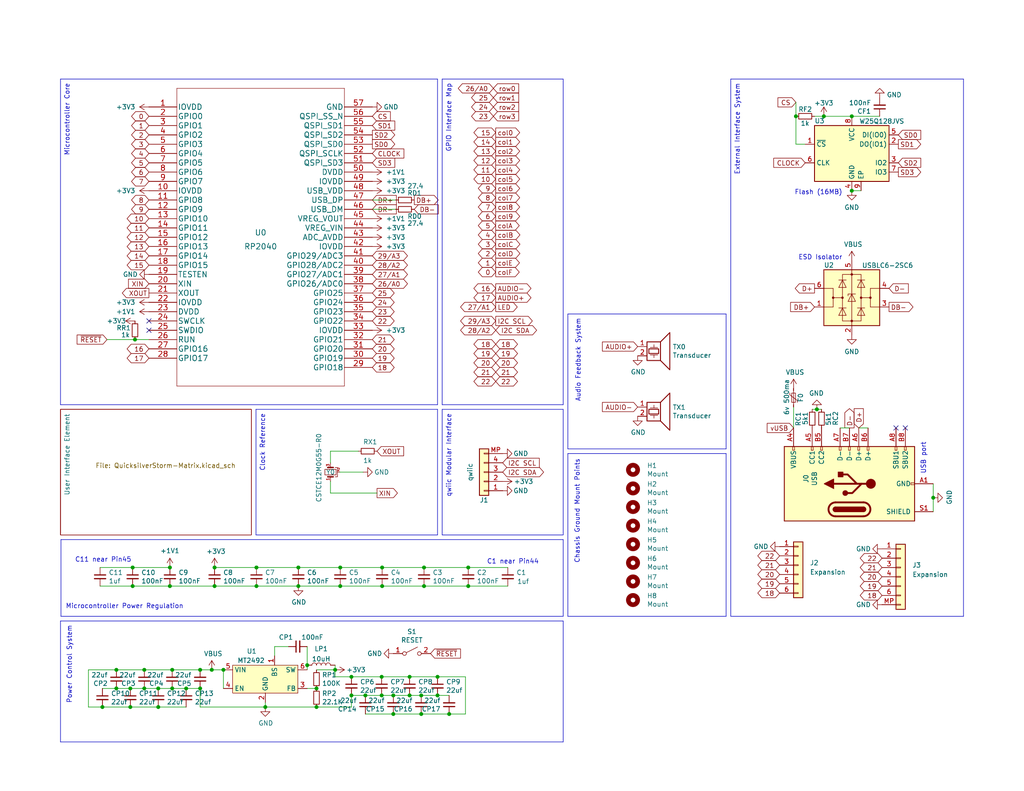
<source format=kicad_sch>
(kicad_sch (version 20230121) (generator eeschema)
  (paper "USLetter")
  (title_block (title "Hard Light") (date "2022-05-20") (rev "Mark 7") (company "Everywhere Defense Industries") (comment 1 "RP2040 main core"))
  (junction (at 83.82 181.61))
  (junction (at 115.697 160.02))
  (junction (at 54.61 182.88))
  (junction (at 60.96 182.88))
  (junction (at 119.38 189.865))
  (junction (at 39.37 187.96))
  (junction (at 232.41 52.07))
  (junction (at 31.75 182.88))
  (junction (at 57.785 182.88))
  (junction (at 35.56 193.04))
  (junction (at 122.555 194.945))
  (junction (at 81.407 154.94))
  (junction (at 107.315 189.865))
  (junction (at 46.99 187.96))
  (junction (at 254.635 135.89))
  (junction (at 119.38 184.785))
  (junction (at 127.762 154.94))
  (junction (at 224.79 31.75))
  (junction (at 72.39 193.04))
  (junction (at 91.44 182.88))
  (junction (at 54.61 187.96))
  (junction (at 27.94 193.04))
  (junction (at 127.762 160.02))
  (junction (at 95.885 184.785))
  (junction (at 58.547 154.94))
  (junction (at 46.355 160.02))
  (junction (at 36.195 160.02))
  (junction (at 35.56 187.96))
  (junction (at 104.14 189.865))
  (junction (at 58.547 160.02))
  (junction (at 31.75 187.96))
  (junction (at 92.837 160.02))
  (junction (at 217.17 31.75))
  (junction (at 104.267 160.02))
  (junction (at 69.977 154.94))
  (junction (at 36.83 92.71))
  (junction (at 43.18 187.96))
  (junction (at 222.885 111.76))
  (junction (at 46.355 154.94))
  (junction (at 69.977 160.02))
  (junction (at 99.695 189.865))
  (junction (at 104.14 184.785))
  (junction (at 107.315 194.945))
  (junction (at 46.99 182.88))
  (junction (at 81.407 160.02))
  (junction (at 104.267 154.94))
  (junction (at 111.76 184.785))
  (junction (at 114.935 189.865))
  (junction (at 36.195 154.94))
  (junction (at 86.36 193.04))
  (junction (at 115.697 154.94))
  (junction (at 86.36 187.96))
  (junction (at 39.37 182.88))
  (junction (at 111.76 189.865))
  (junction (at 232.41 31.75))
  (junction (at 43.18 193.04))
  (junction (at 95.885 189.865))
  (junction (at 92.837 154.94))
  (junction (at 50.8 187.96))
  (junction (at 114.935 194.945))
  (no_connect (at 40.64 87.63))
  (no_connect (at 40.64 90.17))
  (no_connect (at 247.015 116.84))
  (no_connect (at 244.475 116.84))
  (wire (pts (xy 69.977 154.94) (xy 58.547 154.94)))
  (wire (pts (xy 91.44 181.61) (xy 91.44 182.88)))
  (wire (pts (xy 54.61 193.04) (xy 72.39 193.04)))
  (wire (pts (xy 31.75 182.88) (xy 24.13 182.88)))
  (wire (pts (xy 224.79 31.75) (xy 232.41 31.75)))
  (wire (pts (xy 86.36 193.04) (xy 95.885 193.04)))
  (polyline (pts (xy 69.85 111.76) (xy 69.85 146.05)))
  (wire (pts (xy 217.17 39.37) (xy 219.71 39.37)))
  (wire (pts (xy 46.355 160.02) (xy 58.547 160.02)))
  (polyline (pts (xy 154.94 122.555) (xy 198.12 122.555)))
  (wire (pts (xy 92.71 128.905) (xy 99.06 128.905)))
  (polyline (pts (xy 16.51 202.565) (xy 153.67 202.565)))
  (polyline (pts (xy 199.39 21.59) (xy 262.89 21.59)))
  (wire (pts (xy 236.855 116.84) (xy 234.315 116.84)))
  (polyline (pts (xy 119.38 110.49) (xy 16.51 110.49)))
  (wire (pts (xy 57.785 182.88) (xy 60.96 182.88)))
  (polyline (pts (xy 198.12 123.825) (xy 198.12 168.275)))
  (wire (pts (xy 127.762 160.02) (xy 138.557 160.02)))
  (wire (pts (xy 232.41 52.07) (xy 234.95 52.07)))
  (wire (pts (xy 81.407 154.94) (xy 69.977 154.94)))
  (polyline (pts (xy 16.51 21.59) (xy 119.38 21.59)))
  (wire (pts (xy 74.93 179.07) (xy 74.93 176.53)))
  (wire (pts (xy 92.837 154.94) (xy 81.407 154.94)))
  (polyline (pts (xy 120.65 110.49) (xy 153.67 110.49)))
  (polyline (pts (xy 120.65 21.59) (xy 120.65 110.49)))
  (polyline (pts (xy 262.89 168.275) (xy 199.39 168.275)))
  (wire (pts (xy 72.39 193.04) (xy 86.36 193.04)))
  (polyline (pts (xy 153.67 169.545) (xy 153.67 202.565)))
  (wire (pts (xy 115.697 160.02) (xy 127.762 160.02)))
  (wire (pts (xy 222.885 111.76) (xy 221.615 111.76)))
  (wire (pts (xy 83.82 181.61) (xy 83.82 182.88)))
  (polyline (pts (xy 154.94 123.825) (xy 198.12 123.825)))
  (wire (pts (xy 27.305 154.94) (xy 36.195 154.94)))
  (wire (pts (xy 43.18 193.04) (xy 50.8 193.04)))
  (wire (pts (xy 39.37 182.88) (xy 31.75 182.88)))
  (wire (pts (xy 104.267 154.94) (xy 92.837 154.94)))
  (wire (pts (xy 36.195 154.94) (xy 46.355 154.94)))
  (wire (pts (xy 54.61 182.88) (xy 46.99 182.88)))
  (wire (pts (xy 54.61 187.96) (xy 54.61 193.04)))
  (polyline (pts (xy 16.51 169.545) (xy 16.51 202.565)))
  (wire (pts (xy 127.762 154.94) (xy 138.557 154.94)))
  (wire (pts (xy 224.155 111.76) (xy 222.885 111.76)))
  (wire (pts (xy 90.17 134.62) (xy 102.87 134.62)))
  (wire (pts (xy 104.14 184.785) (xy 111.76 184.785)))
  (polyline (pts (xy 16.637 168.275) (xy 16.637 147.32)))
  (wire (pts (xy 107.315 194.945) (xy 99.695 194.945)))
  (wire (pts (xy 91.44 184.785) (xy 95.885 184.785)))
  (wire (pts (xy 43.18 187.96) (xy 39.37 187.96)))
  (wire (pts (xy 36.195 160.02) (xy 46.355 160.02)))
  (polyline (pts (xy 198.12 85.725) (xy 198.12 122.555)))
  (polyline (pts (xy 153.67 21.59) (xy 120.65 21.59)))
  (wire (pts (xy 107.315 189.865) (xy 104.14 189.865)))
  (polyline (pts (xy 154.94 168.275) (xy 154.94 123.825)))
  (wire (pts (xy 222.25 31.75) (xy 224.79 31.75)))
  (polyline (pts (xy 69.85 146.05) (xy 119.38 146.05)))
  (wire (pts (xy 232.41 31.75) (xy 240.03 31.75)))
  (wire (pts (xy 46.99 187.96) (xy 43.18 187.96)))
  (polyline (pts (xy 153.67 168.275) (xy 153.67 147.32)))
  (wire (pts (xy 24.13 193.04) (xy 27.94 193.04)))
  (wire (pts (xy 115.697 154.94) (xy 127.762 154.94)))
  (polyline (pts (xy 198.12 85.725) (xy 154.94 85.725)))
  (wire (pts (xy 127 194.945) (xy 122.555 194.945)))
  (wire (pts (xy 24.13 182.88) (xy 24.13 193.04)))
  (polyline (pts (xy 120.65 146.05) (xy 153.67 146.05)))
  (polyline (pts (xy 153.67 111.76) (xy 120.65 111.76)))
  (wire (pts (xy 29.21 92.71) (xy 36.83 92.71)))
  (wire (pts (xy 114.935 194.945) (xy 107.315 194.945)))
  (polyline (pts (xy 153.67 110.49) (xy 153.67 21.59)))
  (wire (pts (xy 99.695 189.865) (xy 104.14 189.865)))
  (wire (pts (xy 111.76 184.785) (xy 119.38 184.785)))
  (wire (pts (xy 104.267 160.02) (xy 92.837 160.02)))
  (wire (pts (xy 36.83 92.71) (xy 40.64 92.71)))
  (wire (pts (xy 86.36 182.88) (xy 91.44 182.88)))
  (wire (pts (xy 54.61 187.96) (xy 50.8 187.96)))
  (wire (pts (xy 231.775 116.84) (xy 229.235 116.84)))
  (wire (pts (xy 60.96 182.88) (xy 60.96 187.96)))
  (wire (pts (xy 90.17 131.445) (xy 90.17 134.62)))
  (wire (pts (xy 217.17 31.75) (xy 217.17 39.37)))
  (wire (pts (xy 115.697 154.94) (xy 104.267 154.94)))
  (wire (pts (xy 83.82 187.96) (xy 86.36 187.96)))
  (wire (pts (xy 216.535 111.125) (xy 216.535 116.84)))
  (wire (pts (xy 122.555 194.945) (xy 114.935 194.945)))
  (polyline (pts (xy 119.38 111.76) (xy 119.38 146.05)))
  (wire (pts (xy 91.44 182.88) (xy 91.44 184.785)))
  (wire (pts (xy 127 184.785) (xy 127 194.945)))
  (wire (pts (xy 217.17 27.94) (xy 217.17 31.75)))
  (wire (pts (xy 46.99 182.88) (xy 39.37 182.88)))
  (wire (pts (xy 69.977 160.02) (xy 58.547 160.02)))
  (wire (pts (xy 111.76 189.865) (xy 107.315 189.865)))
  (wire (pts (xy 31.75 187.96) (xy 27.94 187.96)))
  (wire (pts (xy 115.697 160.02) (xy 104.267 160.02)))
  (polyline (pts (xy 198.12 168.275) (xy 154.94 168.275)))
  (wire (pts (xy 27.305 160.02) (xy 36.195 160.02)))
  (polyline (pts (xy 16.51 110.49) (xy 16.51 21.59)))
  (wire (pts (xy 119.38 184.785) (xy 127 184.785)))
  (wire (pts (xy 95.885 189.865) (xy 95.885 193.04)))
  (wire (pts (xy 101.6 57.15) (xy 107.95 57.15)))
  (polyline (pts (xy 119.38 21.59) (xy 119.38 110.49)))
  (wire (pts (xy 35.56 193.04) (xy 43.18 193.04)))
  (wire (pts (xy 254.635 135.89) (xy 254.635 132.08)))
  (wire (pts (xy 54.61 182.88) (xy 57.785 182.88)))
  (polyline (pts (xy 262.89 21.59) (xy 262.89 168.275)))
  (wire (pts (xy 74.93 176.53) (xy 78.74 176.53)))
  (polyline (pts (xy 154.94 85.725) (xy 154.94 122.555)))
  (wire (pts (xy 72.39 193.04) (xy 72.39 191.77)))
  (wire (pts (xy 90.17 123.19) (xy 90.17 126.365)))
  (polyline (pts (xy 153.67 169.545) (xy 16.51 169.545)))
  (wire (pts (xy 122.555 189.865) (xy 119.38 189.865)))
  (wire (pts (xy 95.885 184.785) (xy 104.14 184.785)))
  (wire (pts (xy 92.837 160.02) (xy 81.407 160.02)))
  (wire (pts (xy 35.56 187.96) (xy 31.75 187.96)))
  (wire (pts (xy 111.76 189.865) (xy 114.935 189.865)))
  (wire (pts (xy 90.17 123.19) (xy 97.79 123.19)))
  (wire (pts (xy 119.38 189.865) (xy 114.935 189.865)))
  (wire (pts (xy 39.37 187.96) (xy 35.56 187.96)))
  (wire (pts (xy 27.94 193.04) (xy 35.56 193.04)))
  (wire (pts (xy 95.885 189.865) (xy 99.695 189.865)))
  (wire (pts (xy 50.8 187.96) (xy 46.99 187.96)))
  (polyline (pts (xy 199.39 168.275) (xy 199.39 21.59)))
  (wire (pts (xy 83.82 176.53) (xy 83.82 181.61)))
  (wire (pts (xy 81.407 160.02) (xy 69.977 160.02)))
  (wire (pts (xy 101.6 54.61) (xy 107.95 54.61)))
  (wire (pts (xy 254.635 139.7) (xy 254.635 135.89)))
  (polyline (pts (xy 153.67 146.05) (xy 153.67 111.76)))
  (polyline (pts (xy 119.38 111.76) (xy 69.85 111.76)))
  (polyline (pts (xy 153.67 147.32) (xy 16.637 147.32)))
  (polyline (pts (xy 120.65 111.76) (xy 120.65 146.05)))
  (polyline (pts (xy 16.637 168.275) (xy 153.67 168.275)))
  (text "ESD Isolator" (at 229.87 71.12 0) (effects (font (size 1.27 1.27)) (justify right bottom)))
  (text "USB port" (at 252.73 129.54 90) (effects (font (size 1.27 1.27)) (justify left bottom)))
  (text "Audio Feedback System" (at 158.496 86.995 90) (effects (font (size 1.27 1.27)) (justify right bottom)))
  (text "Flash (16MB)" (at 229.87 53.34 0) (effects (font (size 1.27 1.27)) (justify right bottom)))
  (text "Microcontroller Core" (at 19.05 22.86 90) (effects (font (size 1.27 1.27)) (justify right bottom)))
  (text "qwiic Modular Interface" (at 123.19 113.03 90) (effects (font (size 1.27 1.27)) (justify right bottom)))
  (text "Chassis Ground Mount Points" (at 158.242 125.349 90) (effects (font (size 1.27 1.27)) (justify right bottom)))
  (text "C11 near Pin45" (at 20.447 153.67 0) (effects (font (size 1.27 1.27)) (justify left bottom)))
  (text "C1 near Pin44" (at 132.842 154.178 0) (effects (font (size 1.27 1.27)) (justify left bottom)))
  (text "Microcontroller Power Regulation" (at 17.907 166.37 0) (effects (font (size 1.27 1.27)) (justify left bottom)))
  (text "Power Control System" (at 19.685 170.815 90) (effects (font (size 1.27 1.27)) (justify right bottom)))
  (text "External Interface System" (at 201.93 22.86 90) (effects (font (size 1.27 1.27)) (justify right bottom)))
  (text "Clock Reference" (at 72.39 113.03 90) (effects (font (size 1.27 1.27)) (justify right bottom)))
  (text "GPIO Interface Map" (at 123.19 22.86 90) (effects (font (size 1.27 1.27)) (justify right bottom)))
  (global_label "18" (shape bidirectional) (at 240.665 162.56 180) (property "Intersheetrefs" "${INTERSHEET_REFS}" (effects hide)))
  (global_label "vUSB" (shape input) (at 216.535 116.84 180) (property "Intersheetrefs" "${INTERSHEET_REFS}" (effects hide)))
  (global_label "XOUT" (shape input) (at 102.87 123.19 0) (property "Intersheetrefs" "${INTERSHEET_REFS}" (effects hide)))
  (global_label "CS" (shape input) (at 101.6 31.75 0) (property "Intersheetrefs" "${INTERSHEET_REFS}" (effects hide)))
  (global_label "I2C SCL" (shape output) (at 135.255 87.63 0) (property "Intersheetrefs" "${INTERSHEET_REFS}" (effects hide)))
  (global_label "AUDIO+" (shape input) (at 173.99 94.615 180) (property "Intersheetrefs" "${INTERSHEET_REFS}" (effects hide)))
  (global_label "2" (shape bidirectional) (at 135.255 69.215 180) (property "Intersheetrefs" "${INTERSHEET_REFS}" (effects hide)))
  (global_label "col8" (shape output) (at 135.255 56.515 0) (property "Intersheetrefs" "${INTERSHEET_REFS}" (effects hide)))
  (global_label "19" (shape bidirectional) (at 101.6 97.79 0) (property "Intersheetrefs" "${INTERSHEET_REFS}" (effects hide)))
  (global_label "25" (shape bidirectional) (at 134.62 26.67 180) (property "Intersheetrefs" "${INTERSHEET_REFS}" (effects hide)))
  (global_label "22" (shape bidirectional) (at 240.665 152.4 180) (property "Intersheetrefs" "${INTERSHEET_REFS}" (effects hide)))
  (global_label "col1" (shape output) (at 135.255 38.735 0) (property "Intersheetrefs" "${INTERSHEET_REFS}" (effects hide)))
  (global_label "SD1" (shape output) (at 245.11 39.37 0) (property "Intersheetrefs" "${INTERSHEET_REFS}" (effects hide)))
  (global_label "col0" (shape output) (at 135.255 36.195 0) (property "Intersheetrefs" "${INTERSHEET_REFS}" (effects hide)))
  (global_label "16" (shape bidirectional) (at 135.255 78.74 180) (property "Intersheetrefs" "${INTERSHEET_REFS}" (effects hide)))
  (global_label "I2C SDA" (shape bidirectional) (at 137.16 128.905 0) (property "Intersheetrefs" "${INTERSHEET_REFS}" (effects hide)))
  (global_label "DB-" (shape input) (at 113.03 57.15 0) (property "Intersheetrefs" "${INTERSHEET_REFS}" (effects hide)))
  (global_label "7" (shape bidirectional) (at 135.255 56.515 180) (property "Intersheetrefs" "${INTERSHEET_REFS}" (effects hide)))
  (global_label "19" (shape bidirectional) (at 135.255 96.52 0) (property "Intersheetrefs" "${INTERSHEET_REFS}" (effects hide)))
  (global_label "colF" (shape output) (at 135.255 74.295 0) (property "Intersheetrefs" "${INTERSHEET_REFS}" (effects hide)))
  (global_label "1" (shape bidirectional) (at 135.255 71.755 180) (property "Intersheetrefs" "${INTERSHEET_REFS}" (effects hide)))
  (global_label "D+" (shape output) (at 222.25 78.74 180) (property "Intersheetrefs" "${INTERSHEET_REFS}" (effects hide)))
  (global_label "26{slash}A0" (shape bidirectional) (at 134.62 24.13 180) (property "Intersheetrefs" "${INTERSHEET_REFS}" (effects hide)))
  (global_label "col6" (shape output) (at 135.255 51.435 0) (property "Intersheetrefs" "${INTERSHEET_REFS}" (effects hide)))
  (global_label "colB" (shape output) (at 135.255 64.135 0) (property "Intersheetrefs" "${INTERSHEET_REFS}" (effects hide)))
  (global_label "0" (shape bidirectional) (at 40.64 31.75 180) (property "Intersheetrefs" "${INTERSHEET_REFS}" (effects hide)))
  (global_label "D-" (shape output) (at 231.775 116.84 90) (property "Intersheetrefs" "${INTERSHEET_REFS}" (effects hide)))
  (global_label "20" (shape bidirectional) (at 135.255 99.06 0) (property "Intersheetrefs" "${INTERSHEET_REFS}" (effects hide)))
  (global_label "11" (shape bidirectional) (at 40.64 62.23 180) (property "Intersheetrefs" "${INTERSHEET_REFS}" (effects hide)))
  (global_label "CS" (shape input) (at 217.17 27.94 180) (property "Intersheetrefs" "${INTERSHEET_REFS}" (effects hide)))
  (global_label "24" (shape bidirectional) (at 101.6 82.55 0) (property "Intersheetrefs" "${INTERSHEET_REFS}" (effects hide)))
  (global_label "CLOCK" (shape input) (at 101.6 41.91 0) (property "Intersheetrefs" "${INTERSHEET_REFS}" (effects hide)))
  (global_label "5" (shape bidirectional) (at 135.255 61.595 180) (property "Intersheetrefs" "${INTERSHEET_REFS}" (effects hide)))
  (global_label "25" (shape bidirectional) (at 101.6 80.01 0) (property "Intersheetrefs" "${INTERSHEET_REFS}" (effects hide)))
  (global_label "19" (shape bidirectional) (at 240.665 160.02 180) (property "Intersheetrefs" "${INTERSHEET_REFS}" (effects hide)))
  (global_label "22" (shape bidirectional) (at 212.725 151.765 180) (property "Intersheetrefs" "${INTERSHEET_REFS}" (effects hide)))
  (global_label "19" (shape bidirectional) (at 212.725 159.385 180) (property "Intersheetrefs" "${INTERSHEET_REFS}" (effects hide)))
  (global_label "AUDIO-" (shape input) (at 173.99 111.125 180) (property "Intersheetrefs" "${INTERSHEET_REFS}" (effects hide)))
  (global_label "SD3" (shape output) (at 245.11 46.99 0) (property "Intersheetrefs" "${INTERSHEET_REFS}" (effects hide)))
  (global_label "20" (shape bidirectional) (at 135.255 99.06 180) (property "Intersheetrefs" "${INTERSHEET_REFS}" (effects hide)))
  (global_label "SD3" (shape input) (at 101.6 44.45 0) (property "Intersheetrefs" "${INTERSHEET_REFS}" (effects hide)))
  (global_label "3" (shape bidirectional) (at 40.64 39.37 180) (property "Intersheetrefs" "${INTERSHEET_REFS}" (effects hide)))
  (global_label "~{RESET}" (shape input) (at 29.21 92.71 180) (property "Intersheetrefs" "${INTERSHEET_REFS}" (effects hide)))
  (global_label "9" (shape bidirectional) (at 135.255 51.435 180) (property "Intersheetrefs" "${INTERSHEET_REFS}" (effects hide)))
  (global_label "12" (shape bidirectional) (at 135.255 43.815 180) (property "Intersheetrefs" "${INTERSHEET_REFS}" (effects hide)))
  (global_label "27{slash}A1" (shape bidirectional) (at 101.6 74.93 0) (property "Intersheetrefs" "${INTERSHEET_REFS}" (effects hide)))
  (global_label "CLOCK" (shape input) (at 219.71 44.45 180) (property "Intersheetrefs" "${INTERSHEET_REFS}" (effects hide)))
  (global_label "24" (shape bidirectional) (at 134.62 29.21 180) (property "Intersheetrefs" "${INTERSHEET_REFS}" (effects hide)))
  (global_label "DB+" (shape input) (at 222.25 83.82 180) (property "Intersheetrefs" "${INTERSHEET_REFS}" (effects hide)))
  (global_label "13" (shape bidirectional) (at 40.64 67.31 180) (property "Intersheetrefs" "${INTERSHEET_REFS}" (effects hide)))
  (global_label "SD1" (shape input) (at 101.6 34.29 0) (property "Intersheetrefs" "${INTERSHEET_REFS}" (effects hide)))
  (global_label "colD" (shape output) (at 135.255 69.215 0) (property "Intersheetrefs" "${INTERSHEET_REFS}" (effects hide)))
  (global_label "21" (shape bidirectional) (at 101.6 92.71 0) (property "Intersheetrefs" "${INTERSHEET_REFS}" (effects hide)))
  (global_label "XIN" (shape input) (at 40.64 77.47 180) (property "Intersheetrefs" "${INTERSHEET_REFS}" (effects hide)))
  (global_label "7" (shape bidirectional) (at 40.64 49.53 180) (property "Intersheetrefs" "${INTERSHEET_REFS}" (effects hide)))
  (global_label "~{RESET}" (shape input) (at 117.475 178.435 0) (property "Intersheetrefs" "${INTERSHEET_REFS}" (effects hide)))
  (global_label "18" (shape bidirectional) (at 135.255 93.98 0) (property "Intersheetrefs" "${INTERSHEET_REFS}" (effects hide)))
  (global_label "28{slash}A2" (shape bidirectional) (at 135.255 90.17 180) (property "Intersheetrefs" "${INTERSHEET_REFS}" (effects hide)))
  (global_label "col2" (shape output) (at 135.255 41.275 0) (property "Intersheetrefs" "${INTERSHEET_REFS}" (effects hide)))
  (global_label "18" (shape bidirectional) (at 135.255 93.98 180) (property "Intersheetrefs" "${INTERSHEET_REFS}" (effects hide)))
  (global_label "2" (shape bidirectional) (at 40.64 36.83 180) (property "Intersheetrefs" "${INTERSHEET_REFS}" (effects hide)))
  (global_label "15" (shape bidirectional) (at 135.255 36.195 180) (property "Intersheetrefs" "${INTERSHEET_REFS}" (effects hide)))
  (global_label "14" (shape bidirectional) (at 40.64 69.85 180) (property "Intersheetrefs" "${INTERSHEET_REFS}" (effects hide)))
  (global_label "15" (shape bidirectional) (at 40.64 72.39 180) (property "Intersheetrefs" "${INTERSHEET_REFS}" (effects hide)))
  (global_label "20" (shape bidirectional) (at 240.665 157.48 180) (property "Intersheetrefs" "${INTERSHEET_REFS}" (effects hide)))
  (global_label "20" (shape bidirectional) (at 212.725 156.845 180) (property "Intersheetrefs" "${INTERSHEET_REFS}" (effects hide)))
  (global_label "22" (shape bidirectional) (at 135.255 104.14 0) (property "Intersheetrefs" "${INTERSHEET_REFS}" (effects hide)))
  (global_label "SD0" (shape input) (at 245.11 36.83 0) (property "Intersheetrefs" "${INTERSHEET_REFS}" (effects hide)))
  (global_label "D-" (shape input) (at 242.57 78.74 0) (property "Intersheetrefs" "${INTERSHEET_REFS}" (effects hide)))
  (global_label "XIN" (shape output) (at 102.87 134.62 0) (property "Intersheetrefs" "${INTERSHEET_REFS}" (effects hide)))
  (global_label "8" (shape bidirectional) (at 135.255 53.975 180) (property "Intersheetrefs" "${INTERSHEET_REFS}" (effects hide)))
  (global_label "SD0" (shape output) (at 101.6 39.37 0) (property "Intersheetrefs" "${INTERSHEET_REFS}" (effects hide)))
  (global_label "0" (shape bidirectional) (at 135.255 74.295 180) (property "Intersheetrefs" "${INTERSHEET_REFS}" (effects hide)))
  (global_label "18" (shape bidirectional) (at 212.725 161.925 180) (property "Intersheetrefs" "${INTERSHEET_REFS}" (effects hide)))
  (global_label "28{slash}A2" (shape bidirectional) (at 101.6 72.39 0) (property "Intersheetrefs" "${INTERSHEET_REFS}" (effects hide)))
  (global_label "AUDIO-" (shape output) (at 135.255 78.74 0) (property "Intersheetrefs" "${INTERSHEET_REFS}" (effects hide)))
  (global_label "21" (shape bidirectional) (at 212.725 154.305 180) (property "Intersheetrefs" "${INTERSHEET_REFS}" (effects hide)))
  (global_label "26{slash}A0" (shape bidirectional) (at 101.6 77.47 0) (property "Intersheetrefs" "${INTERSHEET_REFS}" (effects hide)))
  (global_label "22" (shape bidirectional) (at 135.255 104.14 180) (property "Intersheetrefs" "${INTERSHEET_REFS}" (effects hide)))
  (global_label "DB+" (shape output) (at 113.03 54.61 0) (property "Intersheetrefs" "${INTERSHEET_REFS}" (effects hide)))
  (global_label "8" (shape bidirectional) (at 40.64 54.61 180) (property "Intersheetrefs" "${INTERSHEET_REFS}" (effects hide)))
  (global_label "9" (shape bidirectional) (at 40.64 57.15 180) (property "Intersheetrefs" "${INTERSHEET_REFS}" (effects hide)))
  (global_label "col9" (shape output) (at 135.255 59.055 0) (property "Intersheetrefs" "${INTERSHEET_REFS}" (effects hide)))
  (global_label "16" (shape bidirectional) (at 40.64 95.25 180) (property "Intersheetrefs" "${INTERSHEET_REFS}" (effects hide)))
  (global_label "col3" (shape output) (at 135.255 43.815 0) (property "Intersheetrefs" "${INTERSHEET_REFS}" (effects hide)))
  (global_label "row2" (shape input) (at 134.62 29.21 0) (property "Intersheetrefs" "${INTERSHEET_REFS}" (effects hide)))
  (global_label "23" (shape bidirectional) (at 101.6 85.09 0) (property "Intersheetrefs" "${INTERSHEET_REFS}" (effects hide)))
  (global_label "17" (shape bidirectional) (at 40.64 97.79 180) (property "Intersheetrefs" "${INTERSHEET_REFS}" (effects hide)))
  (global_label "AUDIO+" (shape output) (at 135.255 81.28 0) (property "Intersheetrefs" "${INTERSHEET_REFS}" (effects hide)))
  (global_label "29{slash}A3" (shape bidirectional) (at 135.255 87.63 180) (property "Intersheetrefs" "${INTERSHEET_REFS}" (effects hide)))
  (global_label "12" (shape bidirectional) (at 40.64 64.77 180) (property "Intersheetrefs" "${INTERSHEET_REFS}" (effects hide)))
  (global_label "colA" (shape output) (at 135.255 61.595 0) (property "Intersheetrefs" "${INTERSHEET_REFS}" (effects hide)))
  (global_label "10" (shape bidirectional) (at 135.255 48.895 180) (property "Intersheetrefs" "${INTERSHEET_REFS}" (effects hide)))
  (global_label "I2C SCL" (shape input) (at 137.16 126.365 0) (property "Intersheetrefs" "${INTERSHEET_REFS}" (effects hide)))
  (global_label "colE" (shape output) (at 135.255 71.755 0) (property "Intersheetrefs" "${INTERSHEET_REFS}" (effects hide)))
  (global_label "6" (shape bidirectional) (at 40.64 46.99 180) (property "Intersheetrefs" "${INTERSHEET_REFS}" (effects hide)))
  (global_label "29{slash}A3" (shape bidirectional) (at 101.6 69.85 0) (property "Intersheetrefs" "${INTERSHEET_REFS}" (effects hide)))
  (global_label "row1" (shape input) (at 134.62 26.67 0) (property "Intersheetrefs" "${INTERSHEET_REFS}" (effects hide)))
  (global_label "21" (shape bidirectional) (at 240.665 154.94 180) (property "Intersheetrefs" "${INTERSHEET_REFS}" (effects hide)))
  (global_label "col4" (shape output) (at 135.255 46.355 0) (property "Intersheetrefs" "${INTERSHEET_REFS}" (effects hide)))
  (global_label "4" (shape bidirectional) (at 40.64 41.91 180) (property "Intersheetrefs" "${INTERSHEET_REFS}" (effects hide)))
  (global_label "D+" (shape input) (at 234.315 116.84 90) (property "Intersheetrefs" "${INTERSHEET_REFS}" (effects hide)))
  (global_label "SD2" (shape input) (at 245.11 44.45 0) (property "Intersheetrefs" "${INTERSHEET_REFS}" (effects hide)))
  (global_label "row3" (shape input) (at 134.62 31.75 0) (property "Intersheetrefs" "${INTERSHEET_REFS}" (effects hide)))
  (global_label "23" (shape bidirectional) (at 134.62 31.75 180) (property "Intersheetrefs" "${INTERSHEET_REFS}" (effects hide)))
  (global_label "DR+" (shape input) (at 101.6 54.61 0) (property "Intersheetrefs" "${INTERSHEET_REFS}" (effects hide)))
  (global_label "SD2" (shape output) (at 101.6 36.83 0) (property "Intersheetrefs" "${INTERSHEET_REFS}" (effects hide)))
  (global_label "13" (shape bidirectional) (at 135.255 41.275 180) (property "Intersheetrefs" "${INTERSHEET_REFS}" (effects hide)))
  (global_label "27{slash}A1" (shape bidirectional) (at 135.255 83.82 180) (property "Intersheetrefs" "${INTERSHEET_REFS}" (effects hide)))
  (global_label "4" (shape bidirectional) (at 135.255 64.135 180) (property "Intersheetrefs" "${INTERSHEET_REFS}" (effects hide)))
  (global_label "6" (shape bidirectional) (at 135.255 59.055 180) (property "Intersheetrefs" "${INTERSHEET_REFS}" (effects hide)))
  (global_label "11" (shape bidirectional) (at 135.255 46.355 180) (property "Intersheetrefs" "${INTERSHEET_REFS}" (effects hide)))
  (global_label "17" (shape bidirectional) (at 135.255 81.28 180) (property "Intersheetrefs" "${INTERSHEET_REFS}" (effects hide)))
  (global_label "5" (shape bidirectional) (at 40.64 44.45 180) (property "Intersheetrefs" "${INTERSHEET_REFS}" (effects hide)))
  (global_label "I2C SDA" (shape bidirectional) (at 135.255 90.17 0) (property "Intersheetrefs" "${INTERSHEET_REFS}" (effects hide)))
  (global_label "XOUT" (shape output) (at 40.64 80.01 180) (property "Intersheetrefs" "${INTERSHEET_REFS}" (effects hide)))
  (global_label "3" (shape bidirectional) (at 135.255 66.675 180) (property "Intersheetrefs" "${INTERSHEET_REFS}" (effects hide)))
  (global_label "21" (shape bidirectional) (at 135.255 101.6 180) (property "Intersheetrefs" "${INTERSHEET_REFS}" (effects hide)))
  (global_label "col7" (shape output) (at 135.255 53.975 0) (property "Intersheetrefs" "${INTERSHEET_REFS}" (effects hide)))
  (global_label "col5" (shape output) (at 135.255 48.895 0) (property "Intersheetrefs" "${INTERSHEET_REFS}" (effects hide)))
  (global_label "colC" (shape output) (at 135.255 66.675 0) (property "Intersheetrefs" "${INTERSHEET_REFS}" (effects hide)))
  (global_label "19" (shape bidirectional) (at 135.255 96.52 180) (property "Intersheetrefs" "${INTERSHEET_REFS}" (effects hide)))
  (global_label "DR-" (shape input) (at 101.6 57.15 0) (property "Intersheetrefs" "${INTERSHEET_REFS}" (effects hide)))
  (global_label "18" (shape bidirectional) (at 101.6 100.33 0) (property "Intersheetrefs" "${INTERSHEET_REFS}" (effects hide)))
  (global_label "LED" (shape output) (at 135.255 83.82 0) (property "Intersheetrefs" "${INTERSHEET_REFS}" (effects hide)))
  (global_label "20" (shape bidirectional) (at 101.6 95.25 0) (property "Intersheetrefs" "${INTERSHEET_REFS}" (effects hide)))
  (global_label "10" (shape bidirectional) (at 40.64 59.69 180) (property "Intersheetrefs" "${INTERSHEET_REFS}" (effects hide)))
  (global_label "1" (shape bidirectional) (at 40.64 34.29 180) (property "Intersheetrefs" "${INTERSHEET_REFS}" (effects hide)))
  (global_label "14" (shape bidirectional) (at 135.255 38.735 180) (property "Intersheetrefs" "${INTERSHEET_REFS}" (effects hide)))
  (global_label "22" (shape bidirectional) (at 101.6 87.63 0) (property "Intersheetrefs" "${INTERSHEET_REFS}" (effects hide)))
  (global_label "DB-" (shape output) (at 242.57 83.82 0) (property "Intersheetrefs" "${INTERSHEET_REFS}" (effects hide)))
  (global_label "row0" (shape input) (at 134.62 24.13 0) (property "Intersheetrefs" "${INTERSHEET_REFS}" (effects hide)))
  (global_label "21" (shape bidirectional) (at 135.255 101.6 0) (property "Intersheetrefs" "${INTERSHEET_REFS}" (effects hide)))
  (symbol (lib_id "power:GND") (at 40.64 74.93 270) (unit 1)
    (property "Reference" "#PWR0102" (effects hide))
    (property "Value" "GND" (at 35.56 74.93 90))
  )
  (symbol (lib_id "Device:C_Small") (at 138.557 157.48 0) (unit 1)
    (property "Reference" "C1" (at 140.8938 156.3116 0) (effects (justify left)))
    (property "Value" "1uf" (at 141.097 158.75 0) (effects (justify left)))
    (property "Footprint" "EDI:Passive_0402_1005Metric" (effects hide))
    (property "LCSC" "C52923" (effects hide))
  )
  (symbol (lib_id "Device:C_Small") (at 115.697 157.48 0) (unit 1)
    (property "Reference" "C3" (at 118.0338 156.3116 0) (effects (justify left)))
    (property "Value" "100nF" (at 118.0338 158.623 0) (effects (justify left)))
    (property "Footprint" "EDI:Passive_0402_1005Metric" (effects hide))
    (property "LCSC" "C1525" (effects hide))
  )
  (symbol (lib_id "Device:C_Small") (at 104.267 157.48 0) (unit 1)
    (property "Reference" "C4" (at 106.6038 156.3116 0) (effects (justify left)))
    (property "Value" "100nF" (at 106.6038 158.623 0) (effects (justify left)))
    (property "Footprint" "EDI:Passive_0402_1005Metric" (effects hide))
    (property "LCSC" "C1525" (effects hide))
  )
  (symbol (lib_id "power:GND") (at 81.407 160.02 0) (unit 1)
    (property "Reference" "#PWR0104" (effects hide))
    (property "Value" "GND" (at 81.534 164.4142 0))
  )
  (symbol (lib_id "HL-Mk2-rescue:USB_C_Receptacle_USB2.0-Connector") (at 231.775 132.08 90) (unit 1)
    (property "Reference" "J0" (at 219.9132 130.683 0))
    (property "Value" "USB" (at 222.2246 130.683 0))
    (property "Footprint" "Connector_USB:USB_C_Receptacle_HRO_TYPE-C-31-M-12" (effects hide))
    (property "LCSC" "C167321" (effects hide))
  )
  (symbol (lib_id "power:GND") (at 254.635 135.89 90) (unit 1)
    (property "Reference" "#PWR0108" (effects hide))
    (property "Value" "GND" (at 259.0292 135.763 0))
  )
  (symbol (lib_id "power:VBUS") (at 216.535 106.045 0) (unit 1)
    (property "Reference" "#PWR0109" (effects hide))
    (property "Value" "VBUS" (at 216.916 101.6508 0))
  )
  (symbol (lib_id "Mechanical:MountingHole") (at 172.72 128.27 270) (unit 1)
    (property "Reference" "H1" (at 176.53 127.1016 90) (effects (justify left)))
    (property "Value" "Mount" (at 176.53 129.413 90) (effects (justify left)))
    (property "Footprint" "MountingHole:MountingHole_3.2mm_M3" (effects hide))
  )
  (symbol (lib_id "Mechanical:MountingHole") (at 172.72 133.35 270) (unit 1)
    (property "Reference" "H2" (at 176.53 132.1816 90) (effects (justify left)))
    (property "Value" "Mount" (at 176.53 134.493 90) (effects (justify left)))
    (property "Footprint" "MountingHole:MountingHole_3.2mm_M3" (effects hide))
  )
  (symbol (lib_id "Mechanical:MountingHole") (at 172.72 138.43 270) (unit 1)
    (property "Reference" "H3" (at 176.53 137.2616 90) (effects (justify left)))
    (property "Value" "Mount" (at 176.53 139.573 90) (effects (justify left)))
    (property "Footprint" "MountingHole:MountingHole_3.2mm_M3" (effects hide))
  )
  (symbol (lib_id "Mechanical:MountingHole") (at 172.72 143.51 270) (unit 1)
    (property "Reference" "H4" (at 176.53 142.3416 90) (effects (justify left)))
    (property "Value" "Mount" (at 176.53 144.653 90) (effects (justify left)))
    (property "Footprint" "MountingHole:MountingHole_3.2mm_M3" (effects hide))
  )
  (symbol (lib_id "Mechanical:MountingHole") (at 172.72 148.59 270) (unit 1)
    (property "Reference" "H5" (at 176.53 147.4216 90) (effects (justify left)))
    (property "Value" "Mount" (at 176.53 149.733 90) (effects (justify left)))
    (property "Footprint" "MountingHole:MountingHole_3.2mm_M3" (effects hide))
  )
  (symbol (lib_id "Mechanical:MountingHole") (at 172.72 153.67 270) (unit 1)
    (property "Reference" "H6" (at 176.53 152.5016 90) (effects (justify left)))
    (property "Value" "Mount" (at 176.53 154.813 90) (effects (justify left)))
    (property "Footprint" "MountingHole:MountingHole_3.2mm_M3" (effects hide))
  )
  (symbol (lib_id "Device:C_Small") (at 92.837 157.48 0) (unit 1)
    (property "Reference" "C5" (at 95.1738 156.3116 0) (effects (justify left)))
    (property "Value" "100nF" (at 95.1738 158.623 0) (effects (justify left)))
    (property "Footprint" "EDI:Passive_0402_1005Metric" (effects hide))
    (property "LCSC" "C1525" (effects hide))
  )
  (symbol (lib_id "Device:R_Small") (at 224.155 114.3 0) (unit 1)
    (property "Reference" "RC2" (at 227.965 116.205 90) (effects (justify left)))
    (property "Value" "5k1" (at 226.06 116.205 90) (effects (justify left)))
    (property "Footprint" "EDI:Passive_0402_1005Metric" (effects hide))
    (property "LCSC" "C25905" (effects hide))
  )
  (symbol (lib_id "Device:R_Small") (at 221.615 114.3 180) (unit 1)
    (property "Reference" "RC1" (at 217.805 112.395 90) (effects (justify left)))
    (property "Value" "5k1" (at 219.71 112.395 90) (effects (justify left)))
    (property "Footprint" "EDI:Passive_0402_1005Metric" (effects hide))
    (property "LCSC" "C25905" (effects hide))
  )
  (symbol (lib_id "power:GND") (at 222.885 111.76 180) (unit 1)
    (property "Reference" "#PWR0113" (effects hide))
    (property "Value" "GND" (at 222.758 107.3658 0))
  )
  (symbol (lib_id "power:+3V3") (at 58.547 154.94 0) (unit 1)
    (property "Reference" "#PWR0103" (effects hide))
    (property "Value" "+3V3" (at 58.928 150.5458 0))
  )
  (symbol (lib_id "Device:Speaker_Crystal") (at 179.07 94.615 0) (unit 1)
    (property "Reference" "TX0" (at 183.515 94.7166 0) (effects (justify left)))
    (property "Value" "Transducer" (at 183.515 97.028 0) (effects (justify left)))
    (property "Footprint" "Buzzer_Beeper:Buzzer_CUI_CPT-9019S-SMT" (effects hide))
    (property "LCSC" "C255319" (effects hide))
  )
  (symbol (lib_id "power:GND") (at 173.99 97.155 0) (unit 1)
    (property "Reference" "#PWR0115" (effects hide))
    (property "Value" "GND" (at 174.117 101.5492 0))
  )
  (symbol (lib_id "Device:Speaker_Crystal") (at 179.07 111.125 0) (unit 1)
    (property "Reference" "TX1" (at 183.515 111.2266 0) (effects (justify left)))
    (property "Value" "Transducer" (at 183.515 113.538 0) (effects (justify left)))
    (property "Footprint" "Buzzer_Beeper:Buzzer_CUI_CPT-9019S-SMT" (effects hide))
    (property "LCSC" "C255319" (effects hide))
  )
  (symbol (lib_id "power:GND") (at 173.99 113.665 0) (unit 1)
    (property "Reference" "#PWR0119" (effects hide))
    (property "Value" "GND" (at 174.117 118.0592 0))
  )
  (symbol (lib_id "Device:Polyfuse_Small") (at 216.535 108.585 180) (unit 1)
    (property "Reference" "F0" (at 218.44 107.315 90) (effects (justify left)))
    (property "Value" "6v 500ma" (at 214.63 103.505 90) (effects (justify left)))
    (property "Footprint" "Fuse:Fuse_0402_1005Metric" (effects hide))
    (property "LCSC" "C206938" (effects hide))
  )
  (symbol (lib_id "power:+3V3") (at 101.6 64.77 270) (unit 1)
    (property "Reference" "#PWR0111" (effects hide))
    (property "Value" "+3V3" (at 107.95 64.77 90))
  )
  (symbol (lib_id "Device:C_Small") (at 69.977 157.48 0) (unit 1)
    (property "Reference" "C7" (at 72.3138 156.3116 0) (effects (justify left)))
    (property "Value" "100nF" (at 72.3138 158.623 0) (effects (justify left)))
    (property "Footprint" "EDI:Passive_0402_1005Metric" (effects hide))
    (property "LCSC" "C1525" (effects hide))
  )
  (symbol (lib_id "Connector_Generic:Conn_01x05") (at 132.08 128.905 180) (unit 1)
    (property "Reference" "J1" (at 132.08 136.525 0))
    (property "Value" "qwiic" (at 128.27 128.905 90))
    (property "Footprint" "Connector_JST:JST_SH_SM04B-SRSS-TB_1x04-1MP_P1.00mm_Horizontal" (effects hide))
    (property "LCSC" "C145956" (effects hide))
  )
  (symbol (lib_id "power:VBUS") (at 232.41 71.12 0) (unit 1)
    (property "Reference" "#PWR09" (effects hide))
    (property "Value" "VBUS" (at 232.791 66.7258 0))
  )
  (symbol (lib_id "Device:C_Small") (at 114.935 192.405 180) (unit 1)
    (property "Reference" "CP16" (at 112.5982 193.5734 0) (effects (justify left)))
    (property "Value" "22uf" (at 112.5982 191.262 0) (effects (justify left)))
    (property "Footprint" "EDI:Passive_0402_1005Metric" (effects hide))
    (property "Datasheet" "C3845593" (effects hide))
    (property "LCSC" "C415703" (effects hide))
  )
  (symbol (lib_id "Device:C_Small") (at 35.56 190.5 0) (unit 1)
    (property "Reference" "CP11" (at 37.8968 189.3316 0) (effects (justify left)))
    (property "Value" "22uf" (at 37.8968 191.643 0) (effects (justify left)))
    (property "Footprint" "EDI:Passive_0402_1005Metric" (effects hide))
    (property "Datasheet" "C3845593" (effects hide))
    (property "LCSC" "C415703" (effects hide))
  )
  (symbol (lib_id "Device:C_Small") (at 99.695 192.405 180) (unit 1)
    (property "Reference" "CP14" (at 97.3582 193.5734 0) (effects (justify left)))
    (property "Value" "22uf" (at 97.3582 191.262 0) (effects (justify left)))
    (property "Footprint" "EDI:Passive_0402_1005Metric" (effects hide))
    (property "Datasheet" "C3845593" (effects hide))
    (property "LCSC" "C415703" (effects hide))
  )
  (symbol (lib_id "Device:Crystal_GND2_Small") (at 90.17 128.905 90) (unit 1)
    (property "Reference" "Y0" (at 91.44 128.905 90) (effects (justify left)))
    (property "Value" "CSTCE12M0G55-R0" (at 86.995 137.16 0) (effects (justify left)))
    (property "Footprint" "Crystal:Resonator_SMD_Murata_CSTxExxV-3Pin_3.0x1.1mm" (effects hide))
    (property "LCSC" "C91581" (effects hide))
  )
  (symbol (lib_id "power:GND") (at 101.6 29.21 90) (unit 1)
    (property "Reference" "#PWR03" (effects hide))
    (property "Value" "GND" (at 106.68 29.21 90))
  )
  (symbol (lib_id "power:+3V3") (at 91.44 182.88 270) (unit 1)
    (property "Reference" "#PWR06" (effects hide))
    (property "Value" "+3V3" (at 97.155 182.88 90))
  )
  (symbol (lib_id "power:GND") (at 107.315 178.435 270) (unit 1)
    (property "Reference" "#PWR0127" (effects hide))
    (property "Value" "GND" (at 102.235 178.435 90))
  )
  (symbol (lib_id "power:GND") (at 72.39 193.04 0) (unit 1)
    (property "Reference" "#PWR08" (effects hide))
    (property "Value" "GND" (at 72.517 197.4342 0))
  )
  (symbol (lib_id "Device:C_Small") (at 81.28 176.53 90) (unit 1)
    (property "Reference" "CP1" (at 80.01 173.99 90) (effects (justify left)))
    (property "Value" "100nF" (at 88.265 173.99 90) (effects (justify left)))
    (property "Footprint" "EDI:Passive_0402_1005Metric" (effects hide))
    (property "LCSC" "C1525" (effects hide))
  )
  (symbol (lib_id "Device:R_Small") (at 110.49 57.15 270) (unit 1)
    (property "Reference" "RD0" (at 111.125 59.055 90) (effects (justify left)))
    (property "Value" "27.4" (at 111.125 60.96 90) (effects (justify left)))
    (property "Footprint" "EDI:Passive_0402_1005Metric" (effects hide))
    (property "LCSC" "C172043" (effects hide))
  )
  (symbol (lib_id "power:GND") (at 99.06 128.905 90) (unit 1)
    (property "Reference" "#PWR0101" (effects hide))
    (property "Value" "GND" (at 104.14 128.905 90))
  )
  (symbol (lib_id "Device:C_Small") (at 46.99 185.42 180) (unit 1)
    (property "Reference" "CP4" (at 44.6532 186.5884 0) (effects (justify left)))
    (property "Value" "22uf" (at 44.6532 184.277 0) (effects (justify left)))
    (property "Footprint" "EDI:Passive_0402_1005Metric" (effects hide))
    (property "Datasheet" "C3845593" (effects hide))
    (property "LCSC" "C415703" (effects hide))
  )
  (symbol (lib_id "Device:C_Small") (at 27.305 157.48 0) (unit 1)
    (property "Reference" "C11" (at 29.6418 156.3116 0) (effects (justify left)))
    (property "Value" "1uf" (at 29.6418 158.623 0) (effects (justify left)))
    (property "Footprint" "EDI:Passive_0402_1005Metric" (effects hide))
    (property "LCSC" "C52923" (effects hide))
  )
  (symbol (lib_id "power:+3V3") (at 101.6 52.07 270) (unit 1)
    (property "Reference" "#PWR0124" (effects hide))
    (property "Value" "+3V3" (at 107.95 52.07 90))
  )
  (symbol (lib_id "power:+3V3") (at 101.6 67.31 270) (unit 1)
    (property "Reference" "#PWR0112" (effects hide))
    (property "Value" "+3V3" (at 107.95 67.31 90))
  )
  (symbol (lib_id "Power_Protection:USBLC6-2SC6") (at 232.41 81.28 0) (unit 1)
    (property "Reference" "U2" (at 224.79 72.39 0) (effects (justify left)))
    (property "Value" "USBLC6-2SC6" (at 235.1787 72.4686 0) (effects (justify left)))
    (property "Footprint" "Package_TO_SOT_SMD:SOT-23-6" (effects hide))
    (property "Datasheet" "https://www.st.com/resource/en/datasheet/usblc6-2.pdf" (effects hide))
    (property "LCSC" "C2827654" (effects hide))
  )
  (symbol (lib_id "Switch:SW_SPST") (at 112.395 178.435 0) (unit 1)
    (property "Reference" "S1" (at 112.395 172.466 0))
    (property "Value" "RESET" (at 112.395 174.7774 0))
    (property "Footprint" "Button_Switch_SMD:SW_SPST_SKQG_WithoutStem" (effects hide))
    (property "LCSC" "C139779" (effects hide))
  )
  (symbol (lib_id "Device:C_Small") (at 31.75 185.42 180) (unit 1)
    (property "Reference" "CP2" (at 29.4132 186.5884 0) (effects (justify left)))
    (property "Value" "22uf" (at 29.4132 184.277 0) (effects (justify left)))
    (property "Footprint" "EDI:Passive_0402_1005Metric" (effects hide))
    (property "Datasheet" "C3845593" (effects hide))
    (property "LCSC" "C415703" (effects hide))
  )
  (symbol (lib_id "power:+3V3") (at 40.64 29.21 90) (unit 1)
    (property "Reference" "#PWR0120" (effects hide))
    (property "Value" "+3V3" (at 34.29 29.21 90))
  )
  (symbol (lib_id "Device:C_Small") (at 46.355 157.48 0) (unit 1)
    (property "Reference" "C9" (at 48.6918 156.3116 0) (effects (justify left)))
    (property "Value" "100nF" (at 48.6918 158.623 0) (effects (justify left)))
    (property "Footprint" "EDI:Passive_0402_1005Metric" (effects hide))
    (property "LCSC" "C1525" (effects hide))
  )
  (symbol (lib_id "EDI:MT2492") (at 72.39 185.42 0) (unit 1)
    (property "Reference" "U1" (at 67.31 177.8 0) (effects (justify left)))
    (property "Value" "MT2492" (at 64.77 180.34 0) (effects (justify left)))
    (property "Footprint" "Package_TO_SOT_SMD:SOT-23-6" (effects hide))
    (property "LCSC" "C89358" (effects hide))
  )
  (symbol (lib_id "Device:R_Small") (at 86.36 185.42 0) (unit 1)
    (property "Reference" "RP1" (at 87.8586 184.2516 0) (effects (justify left)))
    (property "Value" "100K" (at 87.8586 186.563 0) (effects (justify left)))
    (property "Footprint" "EDI:Passive_0402_1005Metric" (effects hide))
    (property "LCSC" "C25741" (effects hide))
  )
  (symbol (lib_id "Device:C_Small") (at 27.94 190.5 0) (unit 1)
    (property "Reference" "CP10" (at 30.2768 189.3316 0) (effects (justify left)))
    (property "Value" "22uf" (at 30.2768 191.643 0) (effects (justify left)))
    (property "Footprint" "EDI:Passive_0402_1005Metric" (effects hide))
    (property "Datasheet" "C3845593" (effects hide))
    (property "LCSC" "C415703" (effects hide))
  )
  (symbol (lib_id "Device:R_Small") (at 219.71 31.75 270) (unit 1)
    (property "Reference" "RF2" (at 217.805 29.845 90) (effects (justify left)))
    (property "Value" "1k" (at 218.44 33.655 90) (effects (justify left)))
    (property "Footprint" "EDI:Passive_0402_1005Metric" (effects hide))
    (property "LCSC" "C25905" (effects hide))
  )
  (symbol (lib_id "power:+1V1") (at 40.64 85.09 90) (unit 1)
    (property "Reference" "#PWR0118" (effects hide))
    (property "Value" "+1V1" (at 34.29 85.09 90))
  )
  (symbol (lib_id "power:+3V3") (at 40.64 52.07 90) (unit 1)
    (property "Reference" "#PWR0122" (effects hide))
    (property "Value" "+3V3" (at 34.29 52.07 90))
  )
  (symbol (lib_id "Device:R_Small") (at 86.36 190.5 0) (unit 1)
    (property "Reference" "RP2" (at 87.8586 189.3316 0) (effects (justify left)))
    (property "Value" "22.1K" (at 87.8586 191.643 0) (effects (justify left)))
    (property "Footprint" "EDI:Passive_0402_1005Metric" (effects hide))
    (property "LCSC" "C43473" (effects hide))
  )
  (symbol (lib_name "GND_1") (lib_id "power:GND") (at 240.03 26.67 180) (unit 1)
    (property "Reference" "#PWR04" (effects hide))
    (property "Value" "GND" (at 241.935 25.879 0) (effects (justify right)))
  )
  (symbol (lib_id "Device:C_Small") (at 111.76 187.325 0) (unit 1)
    (property "Reference" "CP8" (at 114.0968 186.1566 0) (effects (justify left)))
    (property "Value" "22uf" (at 114.0968 188.468 0) (effects (justify left)))
    (property "Footprint" "EDI:Passive_0402_1005Metric" (effects hide))
    (property "Datasheet" "C3845593" (effects hide))
    (property "LCSC" "C415703" (effects hide))
  )
  (symbol (lib_id "Device:R_Small") (at 36.83 90.17 0) (unit 1)
    (property "Reference" "RR1" (at 31.75 89.535 0) (effects (justify left)))
    (property "Value" "1k" (at 33.02 91.44 0) (effects (justify left)))
    (property "Footprint" "EDI:Passive_0402_1005Metric" (effects hide))
    (property "LCSC" "C25905" (effects hide))
  )
  (symbol (lib_id "power:+3V3") (at 36.83 87.63 90) (unit 1)
    (property "Reference" "#PWR010" (effects hide))
    (property "Value" "+3V3" (at 31.75 87.63 90))
  )
  (symbol (lib_id "Device:L") (at 87.63 181.61 90) (unit 1)
    (property "Reference" "LP1" (at 87.63 177.1355 90))
    (property "Value" "10uH" (at 87.63 179.9106 90))
    (property "Footprint" "Inductor_SMD:L_Sunlord_SWPA4020S" (effects hide))
    (property "LCSC" "C98364" (effects hide))
  )
  (symbol (lib_id "Device:C_Small") (at 122.555 192.405 180) (unit 1)
    (property "Reference" "CP17" (at 120.2182 193.5734 0) (effects (justify left)))
    (property "Value" "22uf" (at 120.2182 191.262 0) (effects (justify left)))
    (property "Footprint" "EDI:Passive_0402_1005Metric" (effects hide))
    (property "Datasheet" "C3845593" (effects hide))
    (property "LCSC" "C415703" (effects hide))
  )
  (symbol (lib_id "Device:C_Small") (at 81.407 157.48 0) (unit 1)
    (property "Reference" "C6" (at 83.7438 156.3116 0) (effects (justify left)))
    (property "Value" "100nF" (at 83.7438 158.623 0) (effects (justify left)))
    (property "Footprint" "EDI:Passive_0402_1005Metric" (effects hide))
    (property "LCSC" "C1525" (effects hide))
  )
  (symbol (lib_id "power:+3V3") (at 101.6 49.53 270) (unit 1)
    (property "Reference" "#PWR0125" (effects hide))
    (property "Value" "+3V3" (at 107.95 49.53 90))
  )
  (symbol (lib_id "power:+3V3") (at 137.16 131.445 270) (unit 1)
    (property "Reference" "#PWR0130" (effects hide))
    (property "Value" "+3V3" (at 142.875 131.445 90))
  )
  (symbol (lib_id "power:GND") (at 212.725 149.225 270) (unit 1)
    (property "Reference" "#PWR014" (effects hide))
    (property "Value" "GND" (at 207.645 149.225 90))
  )
  (symbol (lib_id "power:VBUS") (at 57.785 182.88 0) (unit 1)
    (property "Reference" "#PWR02" (effects hide))
    (property "Value" "VBUS" (at 58.166 178.4858 0))
  )
  (symbol (lib_id "Memory_Flash:W25Q32JVZP") (at 232.41 41.91 0) (unit 1)
    (property "Reference" "U3" (at 222.25 33.02 0) (effects (justify left)))
    (property "Value" "W25Q128JVS" (at 234.4294 33.0986 0) (effects (justify left)))
    (property "Footprint" "Package_SON:WSON-8-1EP_6x5mm_P1.27mm_EP3.4x4.3mm" (effects hide))
    (property "Datasheet" "http://www.winbond.com/resource-files/w25q32jv%20revg%2003272018%20plus.pdf" (effects hide))
    (property "LCSC" "C190862" (effects hide))
  )
  (symbol (lib_id "Device:C_Small") (at 95.885 187.325 0) (unit 1)
    (property "Reference" "CP6" (at 98.2218 186.1566 0) (effects (justify left)))
    (property "Value" "22uf" (at 98.2218 188.468 0) (effects (justify left)))
    (property "Footprint" "EDI:Passive_0402_1005Metric" (effects hide))
    (property "Datasheet" "C3845593" (effects hide))
    (property "LCSC" "C415703" (effects hide))
  )
  (symbol (lib_id "Device:C_Small") (at 54.61 185.42 180) (unit 1)
    (property "Reference" "CP5" (at 52.2732 186.5884 0) (effects (justify left)))
    (property "Value" "22uf" (at 52.2732 184.277 0) (effects (justify left)))
    (property "Footprint" "EDI:Passive_0402_1005Metric" (effects hide))
    (property "Datasheet" "C3845593" (effects hide))
    (property "LCSC" "C415703" (effects hide))
  )
  (symbol (lib_name "GND_1") (lib_id "power:GND") (at 137.16 123.825 90) (unit 1)
    (property "Reference" "#PWR0117" (effects hide))
    (property "Value" "GND" (at 144.145 123.825 90) (effects (justify left)))
  )
  (symbol (lib_name "GND_1") (lib_id "power:GND") (at 137.16 133.985 90) (unit 1)
    (property "Reference" "#PWR0131" (effects hide))
    (property "Value" "GND" (at 144.145 133.985 90) (effects (justify left)))
  )
  (symbol (lib_id "power:+3V3") (at 101.6 62.23 270) (unit 1)
    (property "Reference" "#PWR0110" (effects hide))
    (property "Value" "+3V3" (at 107.95 62.23 90))
  )
  (symbol (lib_name "GND_1") (lib_id "power:GND") (at 232.41 91.44 0) (unit 1)
    (property "Reference" "#PWR011" (effects hide))
    (property "Value" "GND" (at 232.41 96.0025 0))
  )
  (symbol (lib_name "+3V3_1") (lib_id "power:+3V3") (at 224.79 31.75 0) (unit 1)
    (property "Reference" "#PWR05" (effects hide))
    (property "Value" "+3V3" (at 224.79 28.1455 0))
  )
  (symbol (lib_id "RP2040:RP2040") (at 40.64 29.21 0) (unit 1)
    (property "Reference" "U0" (at 71.12 63.5 0) (effects (font (size 1.524 1.524))))
    (property "Value" "RP2040" (at 71.12 67.31 0) (effects (font (size 1.524 1.524))))
    (property "Footprint" "Package_DFN_QFN:QFN-56-1EP_7x7mm_P0.4mm_EP5.6x5.6mm_ThermalVias" (effects hide))
    (property "LCSC" "C2040" (effects hide))
  )
  (symbol (lib_id "power:GND") (at 240.665 149.86 270) (unit 1)
    (property "Reference" "#PWR015" (effects hide))
    (property "Value" "GND" (at 235.585 149.86 90))
  )
  (symbol (lib_id "Device:C_Small") (at 50.8 190.5 0) (unit 1)
    (property "Reference" "CP13" (at 53.1368 189.3316 0) (effects (justify left)))
    (property "Value" "22uf" (at 53.1368 191.643 0) (effects (justify left)))
    (property "Footprint" "EDI:Passive_0402_1005Metric" (effects hide))
    (property "Datasheet" "C3845593" (effects hide))
    (property "LCSC" "C415703" (effects hide))
  )
  (symbol (lib_id "power:+1V1") (at 46.355 154.94 0) (unit 1)
    (property "Reference" "#PWR013" (effects hide))
    (property "Value" "+1V1" (at 46.355 150.3775 0))
  )
  (symbol (lib_id "Device:R_Small") (at 100.33 123.19 270) (unit 1)
    (property "Reference" "RX1" (at 99.06 120.65 90) (effects (justify left)))
    (property "Value" "1k" (at 99.06 125.73 90) (effects (justify left)))
    (property "Footprint" "EDI:Passive_0402_1005Metric" (effects hide))
    (property "LCSC" "C25905" (effects hide))
  )
  (symbol (lib_id "Device:C_Small") (at 119.38 187.325 0) (unit 1)
    (property "Reference" "CP9" (at 121.7168 186.1566 0) (effects (justify left)))
    (property "Value" "22uf" (at 121.7168 188.468 0) (effects (justify left)))
    (property "Footprint" "EDI:Passive_0402_1005Metric" (effects hide))
    (property "Datasheet" "C3845593" (effects hide))
    (property "LCSC" "C415703" (effects hide))
  )
  (symbol (lib_id "Device:C_Small") (at 107.315 192.405 180) (unit 1)
    (property "Reference" "CP15" (at 104.9782 193.5734 0) (effects (justify left)))
    (property "Value" "22uf" (at 104.9782 191.262 0) (effects (justify left)))
    (property "Footprint" "EDI:Passive_0402_1005Metric" (effects hide))
    (property "Datasheet" "C3845593" (effects hide))
    (property "LCSC" "C415703" (effects hide))
  )
  (symbol (lib_id "Device:C_Small") (at 36.195 157.48 0) (unit 1)
    (property "Reference" "C10" (at 38.5318 156.3116 0) (effects (justify left)))
    (property "Value" "100nF" (at 38.5318 158.623 0) (effects (justify left)))
    (property "Footprint" "EDI:Passive_0402_1005Metric" (effects hide))
    (property "LCSC" "C1525" (effects hide))
  )
  (symbol (lib_id "Device:C_Small") (at 127.762 157.48 0) (unit 1)
    (property "Reference" "C2" (at 130.0988 156.3116 0) (effects (justify left)))
    (property "Value" "100nF" (at 130.0988 158.623 0) (effects (justify left)))
    (property "Footprint" "EDI:Passive_0402_1005Metric" (effects hide))
    (property "LCSC" "C1525" (effects hide))
  )
  (symbol (lib_name "GND_1") (lib_id "power:GND") (at 232.41 52.07 0) (unit 1)
    (property "Reference" "#PWR07" (effects hide))
    (property "Value" "GND" (at 232.41 56.6325 0))
  )
  (symbol (lib_id "Device:C_Small") (at 240.03 29.21 180) (unit 1)
    (property "Reference" "CF1" (at 237.6932 30.3784 0) (effects (justify left)))
    (property "Value" "100nF" (at 237.6932 28.067 0) (effects (justify left)))
    (property "Footprint" "EDI:Passive_0402_1005Metric" (effects hide))
    (property "LCSC" "C1525" (effects hide))
  )
  (symbol (lib_id "Device:C_Small") (at 39.37 185.42 180) (unit 1)
    (property "Reference" "CP3" (at 37.0332 186.5884 0) (effects (justify left)))
    (property "Value" "22uf" (at 37.0332 184.277 0) (effects (justify left)))
    (property "Footprint" "EDI:Passive_0402_1005Metric" (effects hide))
    (property "Datasheet" "C3845593" (effects hide))
    (property "LCSC" "C415703" (effects hide))
  )
  (symbol (lib_id "power:GND") (at 240.665 165.1 270) (unit 1)
    (property "Reference" "#PWR016" (effects hide))
    (property "Value" "GND" (at 235.585 165.1 90))
  )
  (symbol (lib_id "Mechanical:MountingHole") (at 172.72 163.83 270) (unit 1)
    (property "Reference" "H8" (at 176.53 162.6616 90) (effects (justify left)))
    (property "Value" "Mount" (at 176.53 164.973 90) (effects (justify left)))
    (property "Footprint" "MountingHole:MountingHole_3.2mm_M3" (effects hide))
  )
  (symbol (lib_id "power:+3V3") (at 101.6 90.17 270) (unit 1)
    (property "Reference" "#PWR0116" (effects hide))
    (property "Value" "+3V3" (at 107.95 90.17 90))
  )
  (symbol (lib_id "Device:C_Small") (at 104.14 187.325 0) (unit 1)
    (property "Reference" "CP7" (at 106.4768 186.1566 0) (effects (justify left)))
    (property "Value" "22uf" (at 106.4768 188.468 0) (effects (justify left)))
    (property "Footprint" "EDI:Passive_0402_1005Metric" (effects hide))
    (property "Datasheet" "C3845593" (effects hide))
    (property "LCSC" "C415703" (effects hide))
  )
  (symbol (lib_id "power:+3V3") (at 40.64 82.55 90) (unit 1)
    (property "Reference" "#PWR0121" (effects hide))
    (property "Value" "+3V3" (at 34.29 82.55 90))
  )
  (symbol (lib_id "Mechanical:MountingHole") (at 172.72 158.75 270) (unit 1)
    (property "Reference" "H7" (at 176.53 157.5816 90) (effects (justify left)))
    (property "Value" "Mount" (at 176.53 159.893 90) (effects (justify left)))
    (property "Footprint" "MountingHole:MountingHole_3.2mm_M3" (effects hide))
  )
  (symbol (lib_id "power:+1V1") (at 101.6 46.99 270) (unit 1)
    (property "Reference" "#PWR0114" (effects hide))
    (property "Value" "+1V1" (at 107.95 46.99 90))
  )
  (symbol (lib_id "Device:R_Small") (at 110.49 54.61 270) (unit 1)
    (property "Reference" "RD1" (at 111.125 52.705 90) (effects (justify left)))
    (property "Value" "27.4" (at 111.125 50.8 90) (effects (justify left)))
    (property "Footprint" "EDI:Passive_0402_1005Metric" (effects hide))
    (property "LCSC" "C172043" (effects hide))
  )
  (symbol (lib_name "Conn_01x06_1") (lib_id "Connector_Generic:Conn_01x06") (at 245.745 154.94 0) (unit 1)
    (property "Reference" "J3" (at 248.92 154.305 0) (effects (justify left)))
    (property "Value" "Expansion" (at 248.92 156.845 0) (effects (justify left)))
    (property "Footprint" "Connector_JST:JST_SH_SM06B-SRSS-TB_1x06-1MP_P1.00mm_Horizontal" (effects hide))
    (property "LCSC" " C5175296" (effects hide))
  )
  (symbol (lib_id "Device:C_Small") (at 58.547 157.48 0) (unit 1)
    (property "Reference" "C8" (at 60.8838 156.3116 0) (effects (justify left)))
    (property "Value" "100nF" (at 60.8838 158.623 0) (effects (justify left)))
    (property "Footprint" "EDI:Passive_0402_1005Metric" (effects hide))
    (property "LCSC" "C1525" (effects hide))
  )
  (symbol (lib_id "Connector_Generic:Conn_01x06") (at 217.805 154.305 0) (unit 1)
    (property "Reference" "J2" (at 220.98 153.67 0) (effects (justify left)))
    (property "Value" "Expansion" (at 220.98 156.21 0) (effects (justify left)))
    (property "Footprint" "Connector_PinHeader_2.54mm:PinHeader_1x06_P2.54mm_Vertical" (effects hide))
  )
  (symbol (lib_id "power:+1V1") (at 101.6 59.69 270) (unit 1)
    (property "Reference" "#PWR0123" (effects hide))
    (property "Value" "+1V1" (at 107.95 59.69 90))
  )
  (symbol (lib_id "Device:C_Small") (at 43.18 190.5 0) (unit 1)
    (property "Reference" "CP12" (at 45.5168 189.3316 0) (effects (justify left)))
    (property "Value" "22uf" (at 45.5168 191.643 0) (effects (justify left)))
    (property "Footprint" "EDI:Passive_0402_1005Metric" (effects hide))
    (property "Datasheet" "C3845593" (effects hide))
    (property "LCSC" "C415703" (effects hide))
  )
  (sheet (at 16.51 111.76) (size 52.07 34.29) (stroke (width 0.1524))
    (property "Sheetname" "User Interface Element" (at 19.05 135.255 90) (effects (justify left bottom)))
    (property "Sheetfile" "QuicksilverStorm-Matrix.kicad_sch" (at 26.035 126.365 0) (effects (justify left top)))
  )
)
</source>
